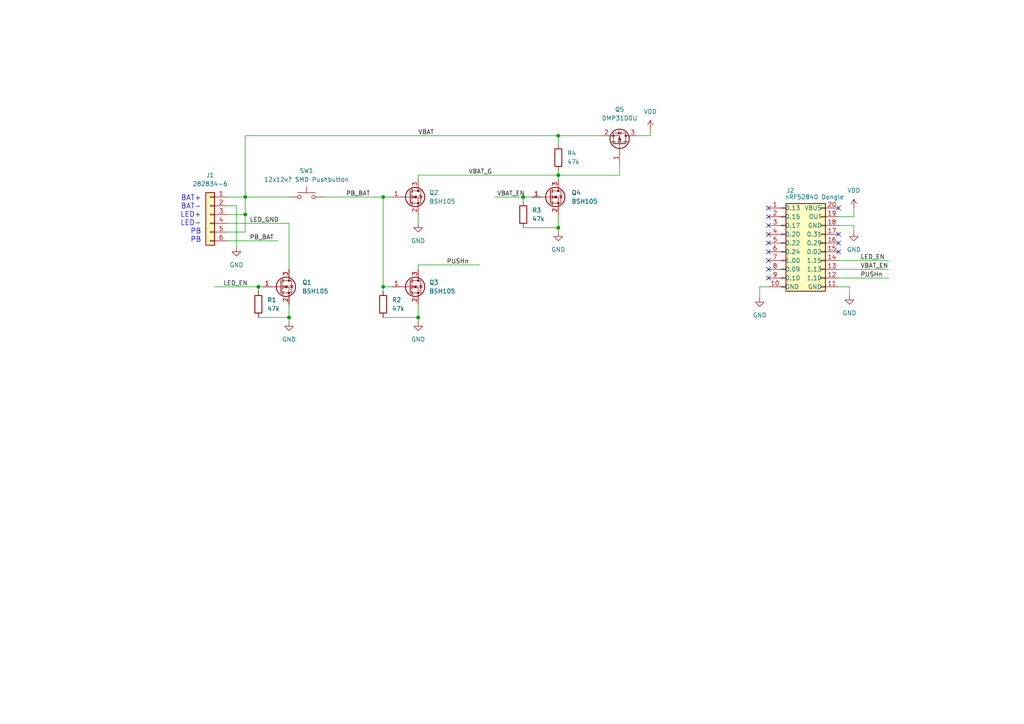
<source format=kicad_sch>
(kicad_sch (version 20211123) (generator eeschema)
  (paper "A4")
  (lib_symbols
    (symbol "Connector_Generic:Conn_01x06" (pin_names (offset 1.016) hide)
      (property "Reference" "J" (at 0 7.62 0))
      (property "Value" "Conn_01x06" (at 0 -10.16 0))
      (symbol "Conn_01x06_1_1"
        (rectangle (start -1.27 -7.493) (end 0 -7.747) (stroke (width 0.1524)))
        (rectangle (start -1.27 -4.953) (end 0 -5.207) (stroke (width 0.1524)))
        (rectangle (start -1.27 -2.413) (end 0 -2.667) (stroke (width 0.1524)))
        (rectangle (start -1.27 0.127) (end 0 -0.127) (stroke (width 0.1524)))
        (rectangle (start -1.27 2.667) (end 0 2.413) (stroke (width 0.1524)))
        (rectangle (start -1.27 5.207) (end 0 4.953) (stroke (width 0.1524)))
        (rectangle (start -1.27 6.35) (end 1.27 -8.89) (stroke (width 0.254)) (fill (type background)))
        (pin passive line (at -5.08 5.08 0) (length 3.81) (name "Pin_1") (number "1"))
        (pin passive line (at -5.08 2.54 0) (length 3.81) (name "Pin_2") (number "2"))
        (pin passive line (at -5.08 0 0) (length 3.81) (name "Pin_3") (number "3"))
        (pin passive line (at -5.08 -2.54 0) (length 3.81) (name "Pin_4") (number "4"))
        (pin passive line (at -5.08 -5.08 0) (length 3.81) (name "Pin_5") (number "5"))
        (pin passive line (at -5.08 -7.62 0) (length 3.81) (name "Pin_6") (number "6"))
      )
    )
    (symbol "Connector_Generic:Conn_02x10_Counter_Clockwise" (pin_names (offset 1.016))
      (property "Reference" "J?" (at 1.27 17.145 0))
      (property "Value" "nRF52840 Dongle" (at 1.27 14.605 0))
      (symbol "Conn_02x10_Counter_Clockwise_1_1"
        (rectangle (start -1.27 -12.573) (end 0 -12.827) (stroke (width 0.1524)))
        (rectangle (start -1.27 -10.033) (end 0 -10.287) (stroke (width 0.1524)))
        (rectangle (start -1.27 -7.493) (end 0 -7.747) (stroke (width 0.1524)))
        (rectangle (start -1.27 -4.953) (end 0 -5.207) (stroke (width 0.1524)))
        (rectangle (start -1.27 -2.413) (end 0 -2.667) (stroke (width 0.1524)))
        (rectangle (start -1.27 0.127) (end 0 -0.127) (stroke (width 0.1524)))
        (rectangle (start -1.27 2.667) (end 0 2.413) (stroke (width 0.1524)))
        (rectangle (start -1.27 5.207) (end 0 4.953) (stroke (width 0.1524)))
        (rectangle (start -1.27 7.747) (end 0 7.493) (stroke (width 0.1524)))
        (rectangle (start -1.27 10.287) (end 0 10.033) (stroke (width 0.1524)))
        (rectangle (start 0 11.43) (end 11.43 -13.97) (stroke (width 0.254)) (fill (type background)))
        (rectangle (start 11.43 -12.573) (end 10.16 -12.827) (stroke (width 0.1524)))
        (rectangle (start 11.43 -10.033) (end 10.16 -10.287) (stroke (width 0.1524)))
        (rectangle (start 11.43 -7.493) (end 10.16 -7.747) (stroke (width 0.1524)))
        (rectangle (start 11.43 -4.953) (end 10.16 -5.207) (stroke (width 0.1524)))
        (rectangle (start 11.43 -2.413) (end 10.16 -2.667) (stroke (width 0.1524)))
        (rectangle (start 11.43 0.127) (end 10.16 -0.127) (stroke (width 0.1524)))
        (rectangle (start 11.43 2.667) (end 10.16 2.413) (stroke (width 0.1524)))
        (rectangle (start 11.43 5.207) (end 10.16 4.953) (stroke (width 0.1524)))
        (rectangle (start 11.43 7.747) (end 10.16 7.493) (stroke (width 0.1524)))
        (rectangle (start 11.43 10.287) (end 10.16 10.033) (stroke (width 0.1524)))
        (pin passive line (at -5.08 10.16 0) (length 3.81) (name "0.13") (number "1"))
        (pin passive line (at -5.08 -12.7 0) (length 3.81) (name "GND") (number "10"))
        (pin passive line (at 15.24 -12.7 180) (length 3.81) (name "GND") (number "11"))
        (pin passive line (at 15.24 -10.16 180) (length 3.81) (name "1.10") (number "12"))
        (pin passive line (at 15.24 -7.62 180) (length 3.81) (name "1.13") (number "13"))
        (pin passive line (at 15.24 -5.08 180) (length 3.81) (name "1.15") (number "14"))
        (pin passive line (at 15.24 -2.54 180) (length 3.81) (name "0.02") (number "15"))
        (pin passive line (at 15.24 0 180) (length 3.81) (name "0.29") (number "16"))
        (pin passive line (at 15.24 2.54 180) (length 3.81) (name "0.31") (number "17"))
        (pin passive line (at 15.24 5.08 180) (length 3.81) (name "GND") (number "18"))
        (pin passive line (at 15.24 7.62 180) (length 3.81) (name "OUT") (number "19"))
        (pin passive line (at -5.08 7.62 0) (length 3.81) (name "0.15") (number "2"))
        (pin passive line (at 15.24 10.16 180) (length 3.81) (name "VBUS") (number "20"))
        (pin passive line (at -5.08 5.08 0) (length 3.81) (name "0.17") (number "3"))
        (pin passive line (at -5.08 2.54 0) (length 3.81) (name "0.20") (number "4"))
        (pin passive line (at -5.08 0 0) (length 3.81) (name "0.22") (number "5"))
        (pin passive line (at -5.08 -2.54 0) (length 3.81) (name "0.24") (number "6"))
        (pin passive line (at -5.08 -5.08 0) (length 3.81) (name "1.00") (number "7"))
        (pin passive line (at -5.08 -7.62 0) (length 3.81) (name "0.09") (number "8"))
        (pin passive line (at -5.08 -10.16 0) (length 3.81) (name "0.10") (number "9"))
      )
    )
    (symbol "Device:Q_NMOS_GSD" (pin_names (offset 0) hide)
      (property "Reference" "Q" (at 5.08 1.27 0))
      (property "Value" "Q_NMOS_GSD" (at 5.08 -1.27 0))
      (symbol "Q_NMOS_GSD_0_1"
        (polyline (pts (xy 0.254 0) (xy -2.54 0)))
        (polyline (pts (xy 0.254 1.905) (xy 0.254 -1.905)) (stroke (width 0.254)))
        (polyline (pts (xy 0.762 -1.27) (xy 0.762 -2.286)) (stroke (width 0.254)))
        (polyline (pts (xy 0.762 0.508) (xy 0.762 -0.508)) (stroke (width 0.254)))
        (polyline (pts (xy 0.762 2.286) (xy 0.762 1.27)) (stroke (width 0.254)))
        (polyline (pts (xy 2.54 2.54) (xy 2.54 1.778)))
        (polyline (pts (xy 2.54 -2.54) (xy 2.54 0) (xy 0.762 0)))
        (polyline (pts (xy 0.762 -1.778) (xy 3.302 -1.778) (xy 3.302 1.778) (xy 0.762 1.778)))
        (polyline (pts (xy 1.016 0) (xy 2.032 0.381) (xy 2.032 -0.381) (xy 1.016 0)) (fill (type outline)))
        (polyline (pts (xy 2.794 0.508) (xy 2.921 0.381) (xy 3.683 0.381) (xy 3.81 0.254)))
        (polyline (pts (xy 3.302 0.381) (xy 2.921 -0.254) (xy 3.683 -0.254) (xy 3.302 0.381)))
        (circle (center 1.651 0) (radius 2.794) (stroke (width 0.254)))
        (circle (center 2.54 -1.778) (radius 0.254) (fill (type outline)))
        (circle (center 2.54 1.778) (radius 0.254) (fill (type outline)))
      )
      (symbol "Q_NMOS_GSD_1_1"
        (pin input line (at -5.08 0 0) (length 2.54) (name "G") (number "1"))
        (pin passive line (at 2.54 -5.08 90) (length 2.54) (name "S") (number "2"))
        (pin passive line (at 2.54 5.08 270) (length 2.54) (name "D") (number "3"))
      )
    )
    (symbol "Device:Q_PMOS_GSD" (pin_names (offset 0) hide)
      (property "Reference" "Q" (at 5.08 1.27 0))
      (property "Value" "Q_PMOS_GSD" (at 5.08 -1.27 0))
      (symbol "Q_PMOS_GSD_0_1"
        (polyline (pts (xy 0.254 0) (xy -2.54 0)))
        (polyline (pts (xy 0.254 1.905) (xy 0.254 -1.905)) (stroke (width 0.254)))
        (polyline (pts (xy 0.762 -1.27) (xy 0.762 -2.286)) (stroke (width 0.254)))
        (polyline (pts (xy 0.762 0.508) (xy 0.762 -0.508)) (stroke (width 0.254)))
        (polyline (pts (xy 0.762 2.286) (xy 0.762 1.27)) (stroke (width 0.254)))
        (polyline (pts (xy 2.54 2.54) (xy 2.54 1.778)))
        (polyline (pts (xy 2.54 -2.54) (xy 2.54 0) (xy 0.762 0)))
        (polyline (pts (xy 0.762 1.778) (xy 3.302 1.778) (xy 3.302 -1.778) (xy 0.762 -1.778)))
        (polyline (pts (xy 2.286 0) (xy 1.27 0.381) (xy 1.27 -0.381) (xy 2.286 0)) (fill (type outline)))
        (polyline (pts (xy 2.794 -0.508) (xy 2.921 -0.381) (xy 3.683 -0.381) (xy 3.81 -0.254)))
        (polyline (pts (xy 3.302 -0.381) (xy 2.921 0.254) (xy 3.683 0.254) (xy 3.302 -0.381)))
        (circle (center 1.651 0) (radius 2.794) (stroke (width 0.254)))
        (circle (center 2.54 -1.778) (radius 0.254) (fill (type outline)))
        (circle (center 2.54 1.778) (radius 0.254) (fill (type outline)))
      )
      (symbol "Q_PMOS_GSD_1_1"
        (pin input line (at -5.08 0 0) (length 2.54) (name "G") (number "1"))
        (pin passive line (at 2.54 -5.08 90) (length 2.54) (name "S") (number "2"))
        (pin passive line (at 2.54 5.08 270) (length 2.54) (name "D") (number "3"))
      )
    )
    (symbol "Device:R" (pin_numbers hide) (pin_names (offset 0))
      (property "Reference" "R" (at 2.032 0 90))
      (property "Value" "R" (at 0 0 90))
      (symbol "R_0_1"
        (rectangle (start -1.016 -2.54) (end 1.016 2.54) (stroke (width 0.254)))
      )
      (symbol "R_1_1"
        (pin passive line (at 0 3.81 270) (length 1.27) (name "~") (number "1"))
        (pin passive line (at 0 -3.81 90) (length 1.27) (name "~") (number "2"))
      )
    )
    (symbol "Switch:SW_Push" (pin_numbers hide) (pin_names (offset 1.016) hide)
      (property "Reference" "SW" (at 1.27 2.54 0))
      (property "Value" "SW_Push" (at 0 -1.524 0))
      (symbol "SW_Push_0_1"
        (circle (center -2.032 0) (radius 0.508))
        (polyline (pts (xy 0 1.27) (xy 0 3.048)))
        (polyline (pts (xy 2.54 1.27) (xy -2.54 1.27)))
        (circle (center 2.032 0) (radius 0.508))
        (pin passive line (at -5.08 0 0) (length 2.54) (name "1") (number "1"))
        (pin passive line (at 5.08 0 180) (length 2.54) (name "2") (number "2"))
      )
    )
    (symbol "power:GND" (power) (pin_names (offset 0))
      (property "Value" "GND" (at 0 -3.81 0))
      (symbol "GND_0_1"
        (polyline (pts (xy 0 0) (xy 0 -1.27) (xy 1.27 -1.27) (xy 0 -2.54) (xy -1.27 -1.27) (xy 0 -1.27)))
      )
      (symbol "GND_1_1"
        (pin power_in line (at 0 0 270) (length 0) hide (name "GND") (number "1"))
      )
    )
    (symbol "power:VDD" (power) (pin_names (offset 0))
      (property "Value" "VDD" (at 0 3.81 0))
      (symbol "VDD_0_1"
        (polyline (pts (xy -0.762 1.27) (xy 0 2.54)))
        (polyline (pts (xy 0 0) (xy 0 2.54)))
        (polyline (pts (xy 0 2.54) (xy 0.762 1.27)))
      )
      (symbol "VDD_1_1"
        (pin power_in line (at 0 0 90) (length 0) hide (name "VDD") (number "1"))
      )
    )
  )
  (junction (at 161.925 50.8))
  (junction (at 71.12 57.15))
  (junction (at 121.285 92.075))
  (junction (at 74.93 83.185))
  (junction (at 111.125 83.185))
  (junction (at 151.765 57.15))
  (junction (at 111.125 57.15))
  (junction (at 71.12 62.23))
  (junction (at 161.925 66.04))
  (junction (at 161.925 39.37))
  (junction (at 83.82 92.075))
  (no_connect (at 222.885 80.645))
  (no_connect (at 243.205 60.325))
  (no_connect (at 243.205 73.025))
  (no_connect (at 243.205 70.485))
  (no_connect (at 243.205 67.945))
  (no_connect (at 222.885 67.945))
  (no_connect (at 222.885 65.405))
  (no_connect (at 222.885 62.865))
  (no_connect (at 222.885 60.325))
  (no_connect (at 222.885 75.565))
  (no_connect (at 222.885 78.105))
  (no_connect (at 222.885 73.025))
  (no_connect (at 222.885 70.485))
  (wire (pts (xy 66.04 67.31) (xy 71.12 67.31)))
  (wire (pts (xy 74.93 92.075) (xy 83.82 92.075)))
  (wire (pts (xy 246.38 83.185) (xy 246.38 85.725)))
  (wire (pts (xy 161.925 66.04) (xy 161.925 62.23)))
  (wire (pts (xy 66.04 64.77) (xy 83.82 64.77)))
  (wire (pts (xy 243.205 80.645) (xy 257.81 80.645)))
  (wire (pts (xy 179.705 50.8) (xy 161.925 50.8)))
  (wire (pts (xy 71.12 57.15) (xy 83.82 57.15)))
  (wire (pts (xy 74.93 83.185) (xy 76.2 83.185)))
  (wire (pts (xy 66.04 62.23) (xy 71.12 62.23)))
  (wire (pts (xy 121.285 62.23) (xy 121.285 64.77)))
  (wire (pts (xy 184.785 39.37) (xy 188.595 39.37)))
  (wire (pts (xy 66.04 57.15) (xy 71.12 57.15)))
  (wire (pts (xy 121.285 92.075) (xy 121.285 93.345)))
  (wire (pts (xy 222.885 83.185) (xy 220.345 83.185)))
  (wire (pts (xy 161.925 67.31) (xy 161.925 66.04)))
  (wire (pts (xy 243.205 62.865) (xy 247.65 62.865)))
  (wire (pts (xy 113.665 57.15) (xy 111.125 57.15)))
  (wire (pts (xy 83.82 64.77) (xy 83.82 78.105)))
  (wire (pts (xy 62.23 83.185) (xy 74.93 83.185)))
  (wire (pts (xy 161.925 50.8) (xy 161.925 49.53)))
  (wire (pts (xy 247.65 62.865) (xy 247.65 60.325)))
  (wire (pts (xy 93.98 57.15) (xy 111.125 57.15)))
  (wire (pts (xy 243.205 75.565) (xy 257.81 75.565)))
  (wire (pts (xy 111.125 83.185) (xy 111.125 84.455)))
  (wire (pts (xy 161.925 39.37) (xy 174.625 39.37)))
  (wire (pts (xy 121.285 76.835) (xy 139.065 76.835)))
  (wire (pts (xy 83.82 92.075) (xy 83.82 93.345)))
  (wire (pts (xy 68.58 59.69) (xy 68.58 71.755)))
  (wire (pts (xy 243.205 78.105) (xy 257.81 78.105)))
  (wire (pts (xy 66.04 69.85) (xy 80.645 69.85)))
  (wire (pts (xy 220.345 83.185) (xy 220.345 86.36)))
  (wire (pts (xy 71.12 39.37) (xy 71.12 57.15)))
  (wire (pts (xy 143.51 57.15) (xy 151.765 57.15)))
  (wire (pts (xy 111.125 57.15) (xy 111.125 83.185)))
  (wire (pts (xy 121.285 50.8) (xy 121.285 52.07)))
  (wire (pts (xy 83.82 88.265) (xy 83.82 92.075)))
  (wire (pts (xy 151.765 66.04) (xy 161.925 66.04)))
  (wire (pts (xy 188.595 39.37) (xy 188.595 37.465)))
  (wire (pts (xy 151.765 57.15) (xy 151.765 58.42)))
  (wire (pts (xy 151.765 57.15) (xy 154.305 57.15)))
  (wire (pts (xy 111.125 83.185) (xy 113.665 83.185)))
  (wire (pts (xy 161.925 39.37) (xy 161.925 41.91)))
  (wire (pts (xy 121.285 76.835) (xy 121.285 78.105)))
  (wire (pts (xy 243.205 65.405) (xy 247.65 65.405)))
  (wire (pts (xy 71.12 62.23) (xy 71.12 57.15)))
  (wire (pts (xy 66.04 59.69) (xy 68.58 59.69)))
  (wire (pts (xy 71.12 67.31) (xy 71.12 62.23)))
  (wire (pts (xy 179.705 46.99) (xy 179.705 50.8)))
  (wire (pts (xy 71.12 39.37) (xy 161.925 39.37)))
  (wire (pts (xy 121.285 88.265) (xy 121.285 92.075)))
  (wire (pts (xy 161.925 50.8) (xy 161.925 52.07)))
  (wire (pts (xy 247.65 65.405) (xy 247.65 67.31)))
  (wire (pts (xy 243.205 83.185) (xy 246.38 83.185)))
  (wire (pts (xy 161.925 50.8) (xy 121.285 50.8)))
  (wire (pts (xy 111.125 92.075) (xy 121.285 92.075)))
  (wire (pts (xy 74.93 83.185) (xy 74.93 84.455)))
  (text "BAT+\nBAT-\nLED+\nLED-\nPB\nPB" (at 58.42 70.485 180) (effects (font (size 1.5 1.5)) (justify right bottom)))
  (label "PB_BAT" (at 72.39 69.85 0))
  (label "PUSHn" (at 249.555 80.645 0))
  (label "LED_EN" (at 249.555 75.565 0))
  (label "VBAT" (at 121.285 39.37 0))
  (label "VBAT_EN" (at 144.145 57.15 0))
  (label "PUSHn" (at 129.54 76.835 0))
  (label "VBAT_EN" (at 249.555 78.105 0))
  (label "LED_EN" (at 64.77 83.185 0))
  (label "PB_BAT" (at 100.33 57.15 0))
  (label "LED_GND" (at 72.39 64.77 0))
  (label "VBAT_G" (at 135.89 50.8 0))
  (symbol (lib_id "power:GND") (at 121.285 93.345 0) (unit 1)
    (property "Reference" "#PWR04" (effects hide))
    (property "Value" "GND" (at 121.285 98.425 0))
  )
  (symbol (lib_id "Device:Q_NMOS_GSD") (at 118.745 83.185 0) (unit 1)
    (property "Reference" "Q3" (at 124.46 81.9149 0) (effects (justify left)))
    (property "Value" "BSH105" (at 124.46 84.4549 0) (effects (justify left)))
    (property "Footprint" "Package_TO_SOT_SMD:SOT-23_Handsoldering" (effects hide))
    (property "Datasheet" "https://assets.nexperia.com/documents/data-sheet/BSH105.pdf" (effects hide))
  )
  (symbol (lib_id "Device:Q_PMOS_GSD") (at 179.705 41.91 270) (mirror x) (unit 1)
    (property "Reference" "Q5" (at 179.705 31.75 90))
    (property "Value" "DMP31D0U" (at 179.705 34.29 90))
    (property "Footprint" "Package_TO_SOT_SMD:SOT-23_Handsoldering" (effects hide))
    (property "Datasheet" "https://www.diodes.com/assets/Datasheets/DMP31D0U.pdf" (effects hide))
  )
  (symbol (lib_id "Connector_Generic:Conn_01x06") (at 60.96 62.23 0) (mirror y) (unit 1)
    (property "Reference" "J1" (at 60.96 50.8 0))
    (property "Value" "282834-6" (at 60.96 53.34 0))
    (property "Footprint" "TerminalBlock_TE-Connectivity:TerminalBlock_TE_282834-6_1x06_P2.54mm_Horizontal" (effects hide))
    (property "Datasheet" "https://www.te.com/commerce/DocumentDelivery/DDEController?Action=srchrtrv&DocNm=282834&DocType=Customer+Drawing&DocLang=English" (effects hide))
  )
  (symbol (lib_id "Device:Q_NMOS_GSD") (at 81.28 83.185 0) (unit 1)
    (property "Reference" "Q1" (at 87.63 81.9149 0) (effects (justify left)))
    (property "Value" "BSH105" (at 87.63 84.4549 0) (effects (justify left)))
    (property "Footprint" "Package_TO_SOT_SMD:SOT-23_Handsoldering" (effects hide))
    (property "Datasheet" "https://assets.nexperia.com/documents/data-sheet/BSH105.pdf" (effects hide))
  )
  (symbol (lib_id "power:GND") (at 161.925 67.31 0) (unit 1)
    (property "Reference" "#PWR05" (effects hide))
    (property "Value" "GND" (at 161.925 72.39 0))
  )
  (symbol (lib_id "power:GND") (at 68.58 71.755 0) (unit 1)
    (property "Reference" "#PWR01" (effects hide))
    (property "Value" "GND" (at 68.58 76.835 0))
  )
  (symbol (lib_id "Device:R") (at 74.93 88.265 0) (unit 1)
    (property "Reference" "R1" (at 77.47 86.9949 0) (effects (justify left)))
    (property "Value" "47k" (at 77.47 89.5349 0) (effects (justify left)))
    (property "Footprint" "Resistor_SMD:R_0603_1608Metric_Pad0.98x0.95mm_HandSolder" (effects hide))
  )
  (symbol (lib_id "Device:Q_NMOS_GSD") (at 118.745 57.15 0) (unit 1)
    (property "Reference" "Q2" (at 124.46 55.8799 0) (effects (justify left)))
    (property "Value" "BSH105" (at 124.46 58.4199 0) (effects (justify left)))
    (property "Footprint" "Package_TO_SOT_SMD:SOT-23_Handsoldering" (effects hide))
    (property "Datasheet" "https://assets.nexperia.com/documents/data-sheet/BSH105.pdf" (effects hide))
  )
  (symbol (lib_id "power:VDD") (at 188.595 37.465 0) (unit 1)
    (property "Reference" "#PWR06" (effects hide))
    (property "Value" "VDD" (at 188.595 32.385 0))
  )
  (symbol (lib_id "Device:R") (at 161.925 45.72 0) (unit 1)
    (property "Reference" "R4" (at 164.465 44.4499 0) (effects (justify left)))
    (property "Value" "47k" (at 164.465 46.9899 0) (effects (justify left)))
    (property "Footprint" "Resistor_SMD:R_0603_1608Metric_Pad0.98x0.95mm_HandSolder" (effects hide))
  )
  (symbol (lib_id "power:GND") (at 246.38 85.725 0) (unit 1)
    (property "Reference" "#PWR08" (effects hide))
    (property "Value" "GND" (at 246.38 90.805 0))
  )
  (symbol (lib_id "power:GND") (at 121.285 64.77 0) (unit 1)
    (property "Reference" "#PWR03" (effects hide))
    (property "Value" "GND" (at 121.285 69.85 0))
  )
  (symbol (lib_id "power:GND") (at 220.345 86.36 0) (unit 1)
    (property "Reference" "#PWR07" (effects hide))
    (property "Value" "GND" (at 220.345 91.44 0))
  )
  (symbol (lib_id "Connector_Generic:Conn_02x10_Counter_Clockwise") (at 227.965 70.485 0) (unit 1)
    (property "Reference" "J2" (at 229.235 55.245 0))
    (property "Value" "nRF52840 Dongle" (at 236.22 57.15 0))
    (property "Footprint" "PushBuzzFootprints:nRF52840-Dongle" (effects hide))
    (property "Datasheet" "https://infocenter.nordicsemi.com/index.jsp?topic=/ug_nrf52840_dongle/UG/nrf52840_Dongle/getting_started.html" (effects hide))
  )
  (symbol (lib_id "power:GND") (at 83.82 93.345 0) (unit 1)
    (property "Reference" "#PWR02" (effects hide))
    (property "Value" "GND" (at 83.82 98.425 0))
  )
  (symbol (lib_id "Switch:SW_Push") (at 88.9 57.15 0) (unit 1)
    (property "Reference" "SW1" (at 88.9 49.53 0))
    (property "Value" "12x12x? SMD Pushbutton" (at 88.9 52.07 0))
    (property "Footprint" "PushBuzzFootprints:12x12 Pushbutton" (effects hide))
  )
  (symbol (lib_id "Device:R") (at 151.765 62.23 0) (unit 1)
    (property "Reference" "R3" (at 154.305 60.9599 0) (effects (justify left)))
    (property "Value" "47k" (at 154.305 63.4999 0) (effects (justify left)))
    (property "Footprint" "Resistor_SMD:R_0603_1608Metric_Pad0.98x0.95mm_HandSolder" (effects hide))
  )
  (symbol (lib_id "power:VDD") (at 247.65 60.325 0) (unit 1)
    (property "Reference" "#PWR09" (effects hide))
    (property "Value" "VDD" (at 247.65 55.245 0))
  )
  (symbol (lib_id "power:GND") (at 247.65 67.31 0) (unit 1)
    (property "Reference" "#PWR010" (effects hide))
    (property "Value" "GND" (at 247.65 72.39 0))
  )
  (symbol (lib_id "Device:Q_NMOS_GSD") (at 159.385 57.15 0) (unit 1)
    (property "Reference" "Q4" (at 165.735 55.8799 0) (effects (justify left)))
    (property "Value" "BSH105" (at 165.735 58.4199 0) (effects (justify left)))
    (property "Footprint" "Package_TO_SOT_SMD:SOT-23_Handsoldering" (effects hide))
    (property "Datasheet" "https://assets.nexperia.com/documents/data-sheet/BSH105.pdf" (effects hide))
  )
  (symbol (lib_id "Device:R") (at 111.125 88.265 0) (unit 1)
    (property "Reference" "R2" (at 113.665 86.9949 0) (effects (justify left)))
    (property "Value" "47k" (at 113.665 89.5349 0) (effects (justify left)))
    (property "Footprint" "Resistor_SMD:R_0603_1608Metric_Pad0.98x0.95mm_HandSolder" (effects hide))
  )
)
</source>
